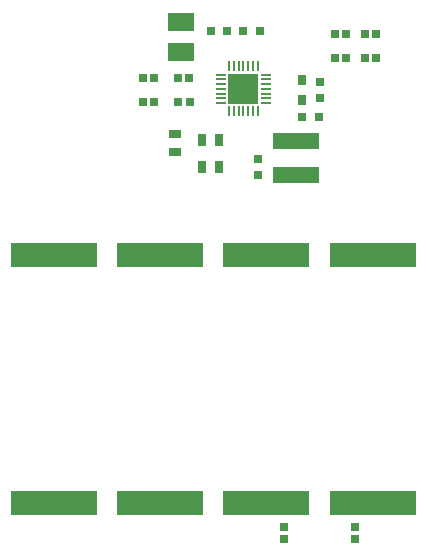
<source format=gtp>
G04*
G04 #@! TF.GenerationSoftware,Altium Limited,Altium Designer,25.6.2 (33)*
G04*
G04 Layer_Color=8421504*
%FSLAX44Y44*%
%MOMM*%
G71*
G04*
G04 #@! TF.SameCoordinates,95800A15-F6E0-4F83-BAC9-5642273E7207*
G04*
G04*
G04 #@! TF.FilePolarity,Positive*
G04*
G01*
G75*
%ADD15R,0.6500X0.7000*%
%ADD16R,2.2000X1.5500*%
%ADD17O,0.8500X0.2000*%
%ADD18R,7.4000X2.0000*%
%ADD19R,2.6000X2.6000*%
%ADD20O,0.2000X0.8500*%
%ADD21R,0.7000X0.6500*%
G04:AMPARAMS|DCode=22|XSize=0.76mm|YSize=0.6604mm|CornerRadius=0.0825mm|HoleSize=0mm|Usage=FLASHONLY|Rotation=0.000|XOffset=0mm|YOffset=0mm|HoleType=Round|Shape=RoundedRectangle|*
%AMROUNDEDRECTD22*
21,1,0.7600,0.4953,0,0,0.0*
21,1,0.5949,0.6604,0,0,0.0*
1,1,0.1651,0.2975,-0.2477*
1,1,0.1651,-0.2975,-0.2477*
1,1,0.1651,-0.2975,0.2477*
1,1,0.1651,0.2975,0.2477*
%
%ADD22ROUNDEDRECTD22*%
G04:AMPARAMS|DCode=23|XSize=0.76mm|YSize=0.6604mm|CornerRadius=0.0825mm|HoleSize=0mm|Usage=FLASHONLY|Rotation=90.000|XOffset=0mm|YOffset=0mm|HoleType=Round|Shape=RoundedRectangle|*
%AMROUNDEDRECTD23*
21,1,0.7600,0.4953,0,0,90.0*
21,1,0.5949,0.6604,0,0,90.0*
1,1,0.1651,0.2477,0.2975*
1,1,0.1651,0.2477,-0.2975*
1,1,0.1651,-0.2477,-0.2975*
1,1,0.1651,-0.2477,0.2975*
%
%ADD23ROUNDEDRECTD23*%
%ADD24R,1.0000X0.8000*%
%ADD25R,3.8900X1.4500*%
%ADD26R,0.8000X1.0000*%
%ADD27R,0.7000X0.9500*%
D15*
X250000Y42250D02*
D03*
Y32750D02*
D03*
X310000Y42250D02*
D03*
Y32750D02*
D03*
D16*
X162500Y470000D02*
D03*
Y445000D02*
D03*
D17*
X196500Y425500D02*
D03*
Y421500D02*
D03*
Y417500D02*
D03*
X234500Y401500D02*
D03*
Y405500D02*
D03*
Y409500D02*
D03*
Y413500D02*
D03*
Y417500D02*
D03*
Y421500D02*
D03*
Y425500D02*
D03*
X196500Y413500D02*
D03*
Y409500D02*
D03*
Y405500D02*
D03*
Y401500D02*
D03*
D18*
X145000Y62500D02*
D03*
X55000D02*
D03*
X325000Y272500D02*
D03*
Y62500D02*
D03*
X145000Y272500D02*
D03*
X235000D02*
D03*
Y62500D02*
D03*
X55000Y272500D02*
D03*
D19*
X215500Y413500D02*
D03*
D20*
X219500Y432500D02*
D03*
X223500D02*
D03*
X227500D02*
D03*
X215500D02*
D03*
X211500D02*
D03*
X207500D02*
D03*
X203500D02*
D03*
Y394500D02*
D03*
X207500D02*
D03*
X211500D02*
D03*
X215500D02*
D03*
X219500D02*
D03*
X223500D02*
D03*
X227500D02*
D03*
D21*
X170000Y402500D02*
D03*
X169750Y422500D02*
D03*
X327750Y440000D02*
D03*
Y460000D02*
D03*
X302500D02*
D03*
X293000D02*
D03*
X130250Y402500D02*
D03*
X139750D02*
D03*
X130250Y422500D02*
D03*
X139750D02*
D03*
X293000Y440000D02*
D03*
X302500D02*
D03*
X160500Y402500D02*
D03*
X160250Y422500D02*
D03*
X318250Y440000D02*
D03*
Y460000D02*
D03*
D22*
X227500Y340500D02*
D03*
X280000Y405500D02*
D03*
X227500Y354500D02*
D03*
X280000Y419500D02*
D03*
D23*
X279500Y390000D02*
D03*
X188000Y462500D02*
D03*
X229500D02*
D03*
X265500Y390000D02*
D03*
X202000Y462500D02*
D03*
X215500D02*
D03*
D24*
X157500Y375000D02*
D03*
Y360000D02*
D03*
D25*
X260000Y340250D02*
D03*
Y369750D02*
D03*
D26*
X180000Y347500D02*
D03*
X195000D02*
D03*
X180000Y370000D02*
D03*
X195000D02*
D03*
D27*
X265000Y404250D02*
D03*
Y420750D02*
D03*
M02*

</source>
